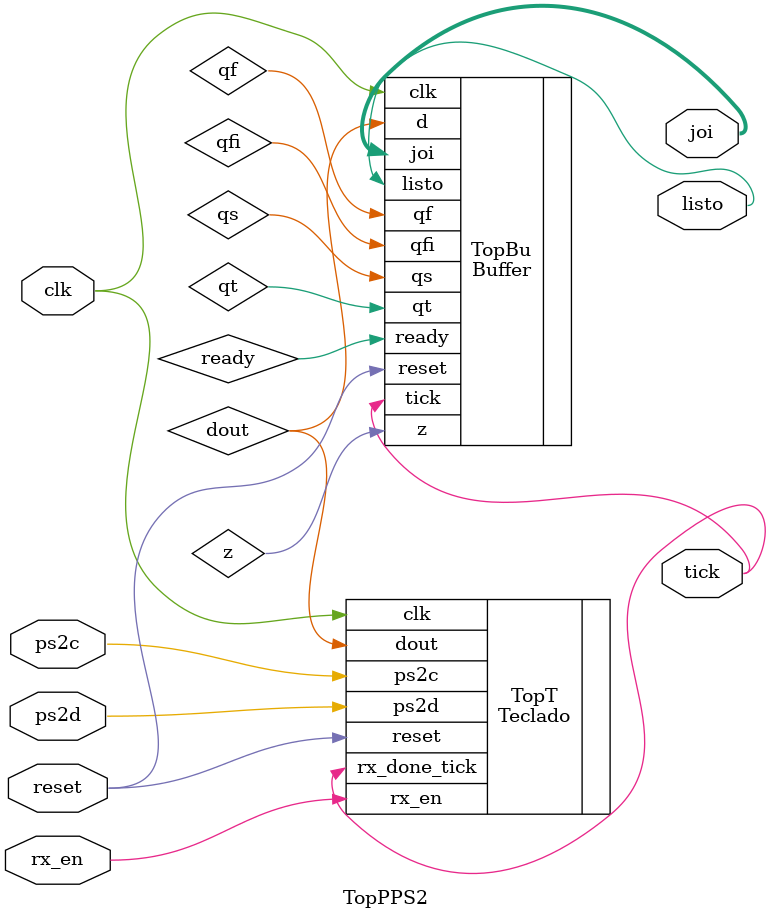
<source format=v>
`timescale 1ns / 1ps


module TopPPS2(
    input clk,reset,
    input ps2d,ps2c, rx_en,
    output [31:0] joi,
    output listo,
    output tick
    );

Teclado TopT(
     .clk(clk),
     .reset(reset),
     .ps2d(ps2d),
     .ps2c(ps2c), 
     .rx_en(rx_en),
     .rx_done_tick(tick),
     .dout(dout)
);

Buffer TopBu(
     .clk(clk), 
     .reset(reset),
     .tick(tick),
     .d(dout),
     .ready(ready),
     .qfi(qfi),
     .qs(qs),
     .qt(qt),
     .qf(qf),
     .z(z),
     .joi(joi),
     .listo(listo) 
);    
    
endmodule



</source>
